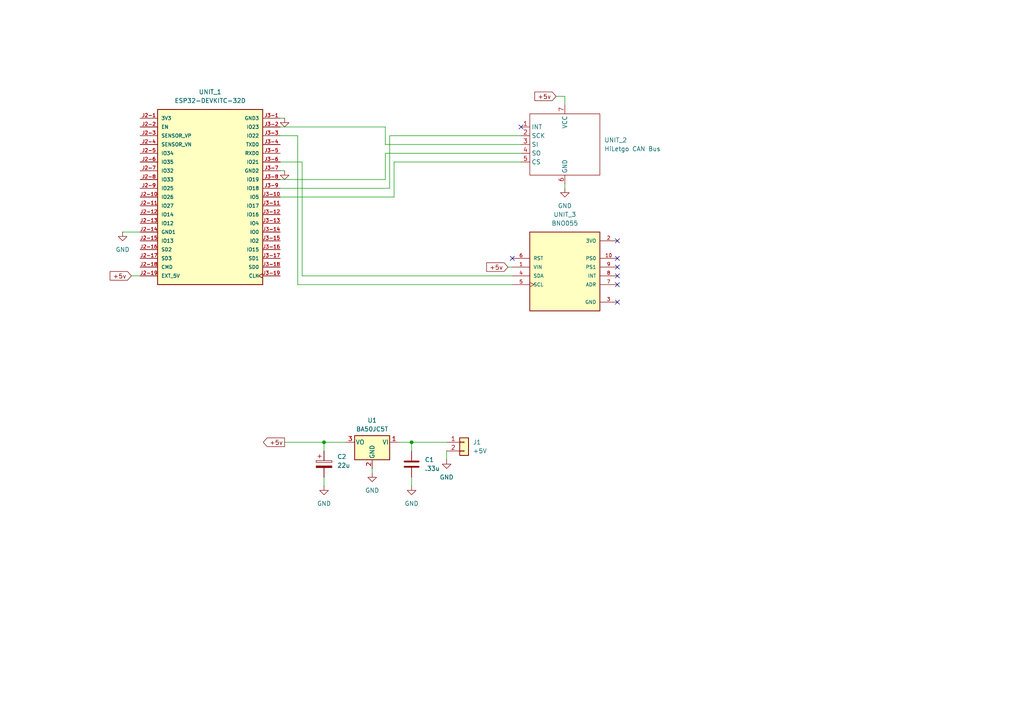
<source format=kicad_sch>
(kicad_sch (version 20231120) (generator "eeschema") (generator_version "8.0")
  (paper "A4")
  (lib_symbols
    (symbol "BAJA SAE:2472" (pin_names (offset 1.016))
      (property "Reference" "UNIT_" (at -10.16 13.208 0))
      (property "Value" "BNO055" (at -10.16 -12.7 0))
      (symbol "2472_0_0"
        (rectangle (start -10.16 12.7) (end 10.16 -10.16) (stroke (width 0.254)) (fill (type background)))
        (pin input line (at -15.24 2.54 0) (length 5.08) (name "VIN") (number "1"))
        (pin bidirectional line (at 15.24 5.08 180) (length 5.08) (name "PS0") (number "10"))
        (pin power_in line (at 15.24 10.16 180) (length 5.08) (name "3VO") (number "2"))
        (pin power_in line (at 15.24 -7.62 180) (length 5.08) (name "GND") (number "3"))
        (pin bidirectional line (at -15.24 0 0) (length 5.08) (name "SDA") (number "4"))
        (pin input clock (at -15.24 -2.54 0) (length 5.08) (name "SCL") (number "5"))
        (pin input line (at -15.24 5.08 0) (length 5.08) (name "RST") (number "6"))
        (pin passive line (at 15.24 -2.54 180) (length 5.08) (name "ADR") (number "7"))
        (pin output line (at 15.24 0 180) (length 5.08) (name "INT") (number "8"))
        (pin bidirectional line (at 15.24 2.54 180) (length 5.08) (name "PS1") (number "9"))
      )
    )
    (symbol "BAJA SAE:ESP32-DEVKITC-32D" (pin_names (offset 1.016))
      (property "Reference" "UNIT_" (at -15.2572 26.0643 0))
      (property "Value" "ESP32-DEVKITC-32D" (at -15.2563 -27.9698 0))
      (symbol "ESP32-DEVKITC-32D_0_0"
        (rectangle (start -15.24 25.4) (end 15.24 -25.4) (stroke (width 0.254)) (fill (type background)))
        (pin power_in line (at -20.32 22.86 0) (length 5.08) (name "3V3") (number "J2-1"))
        (pin bidirectional line (at -20.32 0 0) (length 5.08) (name "IO26") (number "J2-10"))
        (pin bidirectional line (at -20.32 -2.54 0) (length 5.08) (name "IO27") (number "J2-11"))
        (pin bidirectional line (at -20.32 -5.08 0) (length 5.08) (name "IO14") (number "J2-12"))
        (pin bidirectional line (at -20.32 -7.62 0) (length 5.08) (name "IO12") (number "J2-13"))
        (pin power_in line (at -20.32 -10.16 0) (length 5.08) (name "GND1") (number "J2-14"))
        (pin bidirectional line (at -20.32 -12.7 0) (length 5.08) (name "IO13") (number "J2-15"))
        (pin bidirectional line (at -20.32 -15.24 0) (length 5.08) (name "SD2") (number "J2-16"))
        (pin bidirectional line (at -20.32 -17.78 0) (length 5.08) (name "SD3") (number "J2-17"))
        (pin bidirectional line (at -20.32 -20.32 0) (length 5.08) (name "CMD") (number "J2-18"))
        (pin power_in line (at -20.32 -22.86 0) (length 5.08) (name "EXT_5V") (number "J2-19"))
        (pin input line (at -20.32 20.32 0) (length 5.08) (name "EN") (number "J2-2"))
        (pin input line (at -20.32 17.78 0) (length 5.08) (name "SENSOR_VP") (number "J2-3"))
        (pin input line (at -20.32 15.24 0) (length 5.08) (name "SENSOR_VN") (number "J2-4"))
        (pin bidirectional line (at -20.32 12.7 0) (length 5.08) (name "IO34") (number "J2-5"))
        (pin bidirectional line (at -20.32 10.16 0) (length 5.08) (name "IO35") (number "J2-6"))
        (pin bidirectional line (at -20.32 7.62 0) (length 5.08) (name "IO32") (number "J2-7"))
        (pin bidirectional line (at -20.32 5.08 0) (length 5.08) (name "IO33") (number "J2-8"))
        (pin bidirectional line (at -20.32 2.54 0) (length 5.08) (name "IO25") (number "J2-9"))
        (pin power_in line (at 20.32 22.86 180) (length 5.08) (name "GND3") (number "J3-1"))
        (pin bidirectional line (at 20.32 0 180) (length 5.08) (name "IO5") (number "J3-10"))
        (pin bidirectional line (at 20.32 -2.54 180) (length 5.08) (name "IO17") (number "J3-11"))
        (pin bidirectional line (at 20.32 -5.08 180) (length 5.08) (name "IO16") (number "J3-12"))
        (pin bidirectional line (at 20.32 -7.62 180) (length 5.08) (name "IO4") (number "J3-13"))
        (pin bidirectional line (at 20.32 -10.16 180) (length 5.08) (name "IO0") (number "J3-14"))
        (pin bidirectional line (at 20.32 -12.7 180) (length 5.08) (name "IO2") (number "J3-15"))
        (pin bidirectional line (at 20.32 -15.24 180) (length 5.08) (name "IO15") (number "J3-16"))
        (pin bidirectional line (at 20.32 -17.78 180) (length 5.08) (name "SD1") (number "J3-17"))
        (pin bidirectional line (at 20.32 -20.32 180) (length 5.08) (name "SD0") (number "J3-18"))
        (pin input clock (at 20.32 -22.86 180) (length 5.08) (name "CLK") (number "J3-19"))
        (pin bidirectional line (at 20.32 20.32 180) (length 5.08) (name "IO23") (number "J3-2"))
        (pin bidirectional line (at 20.32 17.78 180) (length 5.08) (name "IO22") (number "J3-3"))
        (pin output line (at 20.32 15.24 180) (length 5.08) (name "TXD0") (number "J3-4"))
        (pin input line (at 20.32 12.7 180) (length 5.08) (name "RXD0") (number "J3-5"))
        (pin bidirectional line (at 20.32 10.16 180) (length 5.08) (name "IO21") (number "J3-6"))
        (pin power_in line (at 20.32 7.62 180) (length 5.08) (name "GND2") (number "J3-7"))
        (pin bidirectional line (at 20.32 5.08 180) (length 5.08) (name "IO19") (number "J3-8"))
        (pin bidirectional line (at 20.32 2.54 180) (length 5.08) (name "IO18") (number "J3-9"))
      )
    )
    (symbol "BAJA SAE:HiLetgo_CAN_BUS"
      (property "Reference" "UNIT_" (at 0 -4.064 0))
      (property "Value" "HiLetgo CAN Bus" (at 1.016 -1.524 0))
      (symbol "HiLetgo_CAN_BUS_0_1"
        (rectangle (start -10.16 7.62) (end 10.16 -10.16))
      )
      (symbol "HiLetgo_CAN_BUS_1_1"
        (pin input line (at -12.7 3.81 0) (length 2.54) (name "INT") (number "1"))
        (pin input line (at -12.7 1.27 0) (length 2.54) (name "SCK") (number "2"))
        (pin input line (at -12.7 -1.27 0) (length 2.54) (name "SI") (number "3"))
        (pin input line (at -12.7 -3.81 0) (length 2.54) (name "SO") (number "4"))
        (pin input line (at -12.7 -6.35 0) (length 2.54) (name "CS") (number "5"))
        (pin input line (at 0 -12.7 90) (length 2.54) (name "GND") (number "6"))
        (pin input line (at 0 10.16 270) (length 2.54) (name "VCC") (number "7"))
      )
    )
    (symbol "Connector_Generic:Conn_01x02" (pin_names (offset 1.016) hide)
      (property "Reference" "J" (at 0 2.54 0))
      (property "Value" "Conn_01x02" (at 0 -5.08 0))
      (symbol "Conn_01x02_1_1"
        (rectangle (start -1.27 -2.413) (end 0 -2.667) (stroke (width 0.1524)))
        (rectangle (start -1.27 0.127) (end 0 -0.127) (stroke (width 0.1524)))
        (rectangle (start -1.27 1.27) (end 1.27 -3.81) (stroke (width 0.254)) (fill (type background)))
        (pin passive line (at -5.08 0 0) (length 3.81) (name "Pin_1") (number "1"))
        (pin passive line (at -5.08 -2.54 0) (length 3.81) (name "Pin_2") (number "2"))
      )
    )
    (symbol "Device:C" (pin_numbers hide) (pin_names (offset 0.254))
      (property "Reference" "C" (at 0.635 2.54 0))
      (property "Value" "C" (at 0.635 -2.54 0))
      (symbol "C_0_1"
        (polyline (pts (xy -2.032 -0.762) (xy 2.032 -0.762)) (stroke (width 0.508)))
        (polyline (pts (xy -2.032 0.762) (xy 2.032 0.762)) (stroke (width 0.508)))
      )
      (symbol "C_1_1"
        (pin passive line (at 0 3.81 270) (length 2.794) (name "~") (number "1"))
        (pin passive line (at 0 -3.81 90) (length 2.794) (name "~") (number "2"))
      )
    )
    (symbol "Device:C_Polarized" (pin_numbers hide) (pin_names (offset 0.254))
      (property "Reference" "C" (at 0.635 2.54 0))
      (property "Value" "C_Polarized" (at 0.635 -2.54 0))
      (symbol "C_Polarized_0_1"
        (rectangle (start -2.286 0.508) (end 2.286 1.016))
        (polyline (pts (xy -1.778 2.286) (xy -0.762 2.286)))
        (polyline (pts (xy -1.27 2.794) (xy -1.27 1.778)))
        (rectangle (start 2.286 -0.508) (end -2.286 -1.016) (fill (type outline)))
      )
      (symbol "C_Polarized_1_1"
        (pin passive line (at 0 3.81 270) (length 2.794) (name "~") (number "1"))
        (pin passive line (at 0 -3.81 90) (length 2.794) (name "~") (number "2"))
      )
    )
    (symbol "Regulator_Linear:LF80_TO220" (pin_names (offset 0.254))
      (property "Reference" "U" (at -3.81 3.175 0))
      (property "Value" "LF80_TO220" (at 0 3.175 0))
      (symbol "LF80_TO220_0_1"
        (rectangle (start -5.08 1.905) (end 5.08 -5.08) (stroke (width 0.254)) (fill (type background)))
      )
      (symbol "LF80_TO220_1_1"
        (pin power_in line (at -7.62 0 0) (length 2.54) (name "VI") (number "1"))
        (pin power_in line (at 0 -7.62 90) (length 2.54) (name "GND") (number "2"))
        (pin power_out line (at 7.62 0 180) (length 2.54) (name "VO") (number "3"))
      )
    )
    (symbol "power:GND" (power) (pin_numbers hide) (pin_names (offset 0) hide)
      (property "Value" "GND" (at 0 -3.81 0))
      (symbol "GND_0_1"
        (polyline (pts (xy 0 0) (xy 0 -1.27) (xy 1.27 -1.27) (xy 0 -2.54) (xy -1.27 -1.27) (xy 0 -1.27)))
      )
      (symbol "GND_1_1"
        (pin power_in line (at 0 0 270) (length 0) (name "~") (number "1"))
      )
    )
  )
  (junction (at 93.98 128.27))
  (junction (at 119.38 128.27))
  (no_connect (at 148.59 74.93))
  (no_connect (at 179.07 87.63))
  (no_connect (at 179.07 69.85))
  (no_connect (at 151.13 36.83))
  (no_connect (at 179.07 82.55))
  (no_connect (at 179.07 77.47))
  (no_connect (at 179.07 80.01))
  (no_connect (at 179.07 74.93))
  (wire (pts (xy 35.56 67.31) (xy 40.64 67.31)))
  (wire (pts (xy 114.3 46.99) (xy 114.3 57.15)))
  (wire (pts (xy 81.28 39.37) (xy 86.36 39.37)))
  (wire (pts (xy 111.76 36.83) (xy 111.76 41.91)))
  (wire (pts (xy 81.28 52.07) (xy 111.76 52.07)))
  (wire (pts (xy 161.29 27.94) (xy 163.83 27.94)))
  (wire (pts (xy 100.33 128.27) (xy 93.98 128.27)))
  (wire (pts (xy 163.83 27.94) (xy 163.83 30.48)))
  (wire (pts (xy 81.28 54.61) (xy 113.03 54.61)))
  (wire (pts (xy 107.95 135.89) (xy 107.95 137.16)))
  (wire (pts (xy 87.63 80.01) (xy 87.63 46.99)))
  (wire (pts (xy 81.28 34.29) (xy 82.55 34.29)))
  (wire (pts (xy 119.38 128.27) (xy 129.54 128.27)))
  (wire (pts (xy 81.28 49.53) (xy 82.55 49.53)))
  (wire (pts (xy 113.03 39.37) (xy 151.13 39.37)))
  (wire (pts (xy 87.63 46.99) (xy 81.28 46.99)))
  (wire (pts (xy 93.98 128.27) (xy 93.98 130.81)))
  (wire (pts (xy 111.76 44.45) (xy 151.13 44.45)))
  (wire (pts (xy 119.38 138.43) (xy 119.38 140.97)))
  (wire (pts (xy 129.54 130.81) (xy 129.54 133.35)))
  (wire (pts (xy 113.03 54.61) (xy 113.03 39.37)))
  (wire (pts (xy 81.28 57.15) (xy 114.3 57.15)))
  (wire (pts (xy 163.83 53.34) (xy 163.83 54.61)))
  (wire (pts (xy 111.76 41.91) (xy 151.13 41.91)))
  (wire (pts (xy 147.32 77.47) (xy 148.59 77.47)))
  (wire (pts (xy 148.59 80.01) (xy 87.63 80.01)))
  (wire (pts (xy 86.36 82.55) (xy 148.59 82.55)))
  (wire (pts (xy 81.28 36.83) (xy 111.76 36.83)))
  (wire (pts (xy 38.1 80.01) (xy 40.64 80.01)))
  (wire (pts (xy 82.55 128.27) (xy 93.98 128.27)))
  (wire (pts (xy 115.57 128.27) (xy 119.38 128.27)))
  (wire (pts (xy 86.36 39.37) (xy 86.36 82.55)))
  (wire (pts (xy 93.98 138.43) (xy 93.98 140.97)))
  (wire (pts (xy 111.76 52.07) (xy 111.76 44.45)))
  (wire (pts (xy 114.3 46.99) (xy 151.13 46.99)))
  (wire (pts (xy 119.38 128.27) (xy 119.38 130.81)))
  (global_label "+5v" (shape input) (at 161.29 27.94 180) (property "Intersheetrefs" "${INTERSHEET_REFS}" (effects (hide yes))))
  (global_label "+5v" (shape output) (at 82.55 128.27 180) (property "Intersheetrefs" "${INTERSHEET_REFS}" (effects (hide yes))))
  (global_label "+5v" (shape input) (at 38.1 80.01 180) (property "Intersheetrefs" "${INTERSHEET_REFS}" (effects (hide yes))))
  (global_label "+5v" (shape input) (at 147.32 77.47 180) (property "Intersheetrefs" "${INTERSHEET_REFS}" (effects (hide yes))))
  (symbol (lib_id "power:GND") (at 35.56 67.31 0) (unit 1)
    (property "Reference" "#PWR04" (effects (hide yes)))
    (property "Value" "GND" (at 35.56 72.39 0))
    (property "Description" "Power symbol creates a global label with name \"GND\" , ground" (effects (hide yes)))
  )
  (symbol (lib_id "Connector_Generic:Conn_01x02") (at 134.62 128.27 0) (unit 1)
    (property "Reference" "J1" (at 137.16 128.2699 0) (effects (justify left)))
    (property "Value" "+5V" (at 137.16 130.8099 0) (effects (justify left)))
    (property "Footprint" "Connector_PinHeader_1.00mm:PinHeader_1x02_P1.00mm_Vertical" (effects (hide yes)))
    (property "Description" "Generic connector, single row, 01x02, script generated (kicad-library-utils/schlib/autogen/connector/)" (effects (hide yes)))
  )
  (symbol (lib_id "Regulator_Linear:LF80_TO220") (at 107.95 128.27 0) (mirror y) (unit 1)
    (property "Reference" "U1" (at 107.95 121.92 0))
    (property "Value" "BA50JC5T" (at 107.95 124.46 0))
    (property "Footprint" "Package_TO_SOT_THT:TO-220-3_Horizontal_TabDown" (effects (hide yes)))
    (property "Datasheet" "http://www.st.com/content/ccc/resource/technical/document/datasheet/c4/0e/7e/2a/be/bc/4c/bd/CD00000546.pdf/files/CD00000546.pdf/jcr:content/translations/en.CD00000546.pdf" (effects (hide yes)))
    (property "Description" "Low-drop Voltage Regulator, Io up to 500mA, Fixed Vo 8.0V, TO-220" (effects (hide yes)))
  )
  (symbol (lib_id "Device:C") (at 119.38 134.62 0) (unit 1)
    (property "Reference" "C1" (at 123.19 133.3499 0) (effects (justify left)))
    (property "Value" ".33u" (at 123.19 135.8899 0) (effects (justify left)))
    (property "Footprint" "Capacitor_THT:C_Axial_L3.8mm_D2.6mm_P7.50mm_Horizontal" (effects (hide yes)))
    (property "Description" "C412C334M5U5TA7200" (effects (hide yes)))
  )
  (symbol (lib_id "BAJA SAE:ESP32-DEVKITC-32D") (at 60.96 57.15 0) (unit 1)
    (property "Reference" "UNIT_1" (at 60.96 26.67 0))
    (property "Value" "ESP32-DEVKITC-32D" (at 60.96 29.21 0))
    (property "Footprint" "BAJA SAE:MODULE_ESP32-DEVKITC-32D" (effects (hide yes)))
    (property "PARTREV" "V4" (effects (hide yes)))
    (property "MP" "ESP32-DEVKITC-32D" (effects (hide yes)))
  )
  (symbol (lib_id "BAJA SAE:HiLetgo_CAN_BUS") (at 163.83 40.64 0) (unit 1)
    (property "Reference" "UNIT_2" (at 175.26 40.6399 0) (effects (justify left)))
    (property "Value" "HiLetgo CAN Bus" (at 175.26 43.1799 0) (effects (justify left)))
    (property "Footprint" "BAJA SAE:HiLetgo CAN Bus" (effects (hide yes)))
  )
  (symbol (lib_id "power:GND") (at 107.95 137.16 0) (unit 1)
    (property "Reference" "#PWR08" (effects (hide yes)))
    (property "Value" "GND" (at 107.95 142.24 0))
    (property "Description" "Power symbol creates a global label with name \"GND\" , ground" (effects (hide yes)))
  )
  (symbol (lib_id "Device:C_Polarized") (at 93.98 134.62 0) (unit 1)
    (property "Reference" "C2" (at 97.79 132.4609 0) (effects (justify left)))
    (property "Value" "22u" (at 97.79 135.0009 0) (effects (justify left)))
    (property "Footprint" "Capacitor_THT:CP_Axial_L11.0mm_D8.0mm_P15.00mm_Horizontal" (effects (hide yes)))
    (property "Description" "MAL202190552E3" (effects (hide yes)))
  )
  (symbol (lib_id "power:GND") (at 129.54 133.35 0) (unit 1)
    (property "Reference" "#PWR09" (effects (hide yes)))
    (property "Value" "GND" (at 129.54 138.43 0))
    (property "Description" "Power symbol creates a global label with name \"GND\" , ground" (effects (hide yes)))
  )
  (symbol (lib_id "power:GND") (at 93.98 140.97 0) (unit 1)
    (property "Reference" "#PWR011" (effects (hide yes)))
    (property "Value" "GND" (at 93.98 146.05 0))
    (property "Description" "Power symbol creates a global label with name \"GND\" , ground" (effects (hide yes)))
  )
  (symbol (lib_id "power:GND") (at 119.38 140.97 0) (unit 1)
    (property "Reference" "#PWR010" (effects (hide yes)))
    (property "Value" "GND" (at 119.38 146.05 0))
    (property "Description" "Power symbol creates a global label with name \"GND\" , ground" (effects (hide yes)))
  )
  (symbol (lib_id "power:GND") (at 163.83 54.61 0) (unit 1)
    (property "Reference" "#PWR07" (effects (hide yes)))
    (property "Value" "GND" (at 163.83 59.69 0))
    (property "Description" "Power symbol creates a global label with name \"GND\" , ground" (effects (hide yes)))
  )
  (symbol (lib_id "power:GND") (at 82.55 34.29 0) (unit 1)
    (property "Reference" "#PWR06" (effects (hide yes)))
    (property "Value" "GND" (effects (hide yes)))
    (property "Description" "Power symbol creates a global label with name \"GND\" , ground" (effects (hide yes)))
  )
  (symbol (lib_id "power:GND") (at 82.55 49.53 0) (unit 1)
    (property "Reference" "#PWR01" (effects (hide yes)))
    (property "Value" "GND" (effects (hide yes)))
    (property "Description" "Power symbol creates a global label with name \"GND\" , ground" (effects (hide yes)))
  )
  (symbol (lib_id "BAJA SAE:2472") (at 163.83 80.01 0) (unit 1)
    (property "Reference" "UNIT_3" (at 163.83 62.23 0))
    (property "Value" "BNO055" (at 163.83 64.77 0))
    (property "Footprint" "BAJA SAE:MODULE_2472" (effects (hide yes)))
  )
)
</source>
